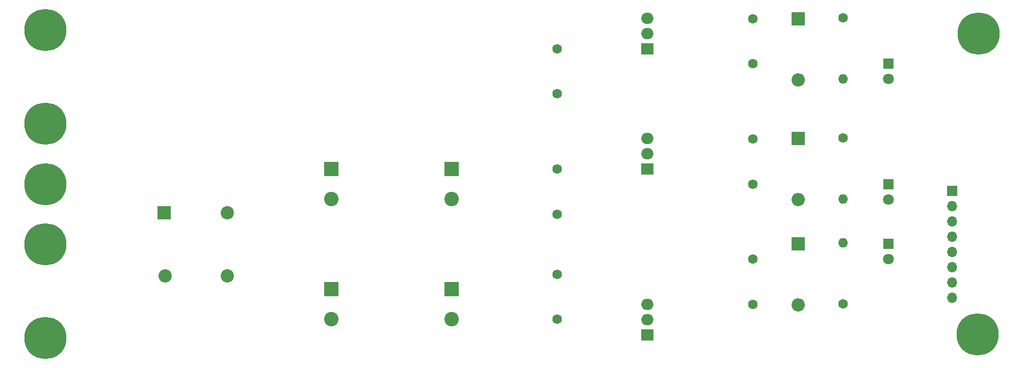
<source format=gbr>
%TF.GenerationSoftware,KiCad,Pcbnew,8.0.6*%
%TF.CreationDate,2024-12-15T12:14:18-05:00*%
%TF.ProjectId,SmallPSU,536d616c-6c50-4535-952e-6b696361645f,1.0*%
%TF.SameCoordinates,Original*%
%TF.FileFunction,Soldermask,Bot*%
%TF.FilePolarity,Negative*%
%FSLAX46Y46*%
G04 Gerber Fmt 4.6, Leading zero omitted, Abs format (unit mm)*
G04 Created by KiCad (PCBNEW 8.0.6) date 2024-12-15 12:14:18*
%MOMM*%
%LPD*%
G01*
G04 APERTURE LIST*
%ADD10C,0.800000*%
%ADD11C,7.000000*%
%ADD12R,1.800000X1.800000*%
%ADD13C,1.800000*%
%ADD14R,2.000000X1.905000*%
%ADD15O,2.000000X1.905000*%
%ADD16C,1.600000*%
%ADD17R,2.400000X2.400000*%
%ADD18C,2.400000*%
%ADD19O,1.600000X1.600000*%
%ADD20O,1.700000X1.700000*%
%ADD21R,1.700000X1.700000*%
%ADD22R,2.200000X2.200000*%
%ADD23O,2.200000X2.200000*%
%ADD24C,2.200000*%
G04 APERTURE END LIST*
D10*
%TO.C,H7*%
X226750000Y-81000000D03*
X227518845Y-79143845D03*
X227518845Y-82856155D03*
X229375000Y-78375000D03*
D11*
X229375000Y-81000000D03*
D10*
X229375000Y-83625000D03*
X231231155Y-79143845D03*
X231231155Y-82856155D03*
X232000000Y-81000000D03*
%TD*%
%TO.C,H6*%
X226875000Y-31000000D03*
X227643845Y-29143845D03*
X227643845Y-32856155D03*
X229500000Y-28375000D03*
D11*
X229500000Y-31000000D03*
D10*
X229500000Y-33625000D03*
X231356155Y-29143845D03*
X231356155Y-32856155D03*
X232125000Y-31000000D03*
%TD*%
%TO.C,H5*%
X71875000Y-81643845D03*
X72643845Y-79787690D03*
X72643845Y-83500000D03*
X74500000Y-79018845D03*
D11*
X74500000Y-81643845D03*
D10*
X74500000Y-84268845D03*
X76356155Y-79787690D03*
X76356155Y-83500000D03*
X77125000Y-81643845D03*
%TD*%
%TO.C,H4*%
X71875000Y-30356155D03*
X72643845Y-28500000D03*
X72643845Y-32212310D03*
X74500000Y-27731155D03*
D11*
X74500000Y-30356155D03*
D10*
X74500000Y-32981155D03*
X76356155Y-28500000D03*
X76356155Y-32212310D03*
X77125000Y-30356155D03*
%TD*%
D12*
%TO.C,D5*%
X214500000Y-65960000D03*
D13*
X214500000Y-68500000D03*
%TD*%
D14*
%TO.C,U3*%
X174500000Y-33500000D03*
D15*
X174500000Y-30960000D03*
X174500000Y-28420000D03*
%TD*%
D16*
%TO.C,C6*%
X159500000Y-71000000D03*
X159500000Y-78500000D03*
%TD*%
D17*
%TO.C,C4*%
X142000000Y-73500000D03*
D18*
X142000000Y-78500000D03*
%TD*%
D17*
%TO.C,C3*%
X142000000Y-53500000D03*
D18*
X142000000Y-58500000D03*
%TD*%
D17*
%TO.C,C2*%
X122000000Y-73500000D03*
D18*
X122000000Y-78500000D03*
%TD*%
D10*
%TO.C,H3*%
X71875000Y-66000000D03*
X72643845Y-64143845D03*
X72643845Y-67856155D03*
X74500000Y-63375000D03*
D11*
X74500000Y-66000000D03*
D10*
X74500000Y-68625000D03*
X76356155Y-64143845D03*
X76356155Y-67856155D03*
X77125000Y-66000000D03*
%TD*%
%TO.C,H2*%
X71875000Y-56000000D03*
X72643845Y-54143845D03*
X72643845Y-57856155D03*
X74500000Y-53375000D03*
D11*
X74500000Y-56000000D03*
D10*
X74500000Y-58625000D03*
X76356155Y-54143845D03*
X76356155Y-57856155D03*
X77125000Y-56000000D03*
%TD*%
D14*
%TO.C,U2*%
X174500000Y-81080000D03*
D15*
X174500000Y-78540000D03*
X174500000Y-76000000D03*
%TD*%
D14*
%TO.C,U1*%
X174500000Y-53500000D03*
D15*
X174500000Y-50960000D03*
X174500000Y-48420000D03*
%TD*%
D16*
%TO.C,R3*%
X207000000Y-28340000D03*
D19*
X207000000Y-38500000D03*
%TD*%
D16*
%TO.C,R2*%
X207000000Y-75920000D03*
D19*
X207000000Y-65760000D03*
%TD*%
D16*
%TO.C,R1*%
X207000000Y-48340000D03*
D19*
X207000000Y-58500000D03*
%TD*%
D20*
%TO.C,J1*%
X225100000Y-74905000D03*
X225100000Y-72365000D03*
X225100000Y-69825000D03*
X225100000Y-67285000D03*
X225100000Y-64745000D03*
X225100000Y-62205000D03*
X225100000Y-59665000D03*
D21*
X225100000Y-57125000D03*
%TD*%
D10*
%TO.C,H1*%
X71875000Y-46000000D03*
X72643845Y-44143845D03*
X72643845Y-47856155D03*
X74500000Y-43375000D03*
D11*
X74500000Y-46000000D03*
D10*
X74500000Y-48625000D03*
X76356155Y-44143845D03*
X76356155Y-47856155D03*
X77125000Y-46000000D03*
%TD*%
D12*
%TO.C,D7*%
X214500000Y-35960000D03*
D13*
X214500000Y-38500000D03*
%TD*%
D22*
%TO.C,D6*%
X199500000Y-28500000D03*
D23*
X199500000Y-38660000D03*
%TD*%
D12*
%TO.C,D4*%
X214500000Y-56000000D03*
D13*
X214500000Y-58540000D03*
%TD*%
D22*
%TO.C,D3*%
X199500000Y-65920000D03*
D23*
X199500000Y-76080000D03*
%TD*%
D22*
%TO.C,D2*%
X199500000Y-48420000D03*
D23*
X199500000Y-58580000D03*
%TD*%
D22*
%TO.C,D1*%
X94250000Y-60750000D03*
D24*
X94350000Y-71250000D03*
X104750000Y-71250000D03*
X104750000Y-60750000D03*
%TD*%
D16*
%TO.C,C10*%
X192000000Y-28500000D03*
X192000000Y-36000000D03*
%TD*%
%TO.C,C9*%
X159500000Y-41000000D03*
X159500000Y-33500000D03*
%TD*%
%TO.C,C8*%
X192000000Y-68500000D03*
X192000000Y-76000000D03*
%TD*%
%TO.C,C7*%
X192000000Y-48500000D03*
X192000000Y-56000000D03*
%TD*%
%TO.C,C5*%
X159500000Y-53500000D03*
X159500000Y-61000000D03*
%TD*%
D17*
%TO.C,C1*%
X122000000Y-53500000D03*
D18*
X122000000Y-58500000D03*
%TD*%
M02*

</source>
